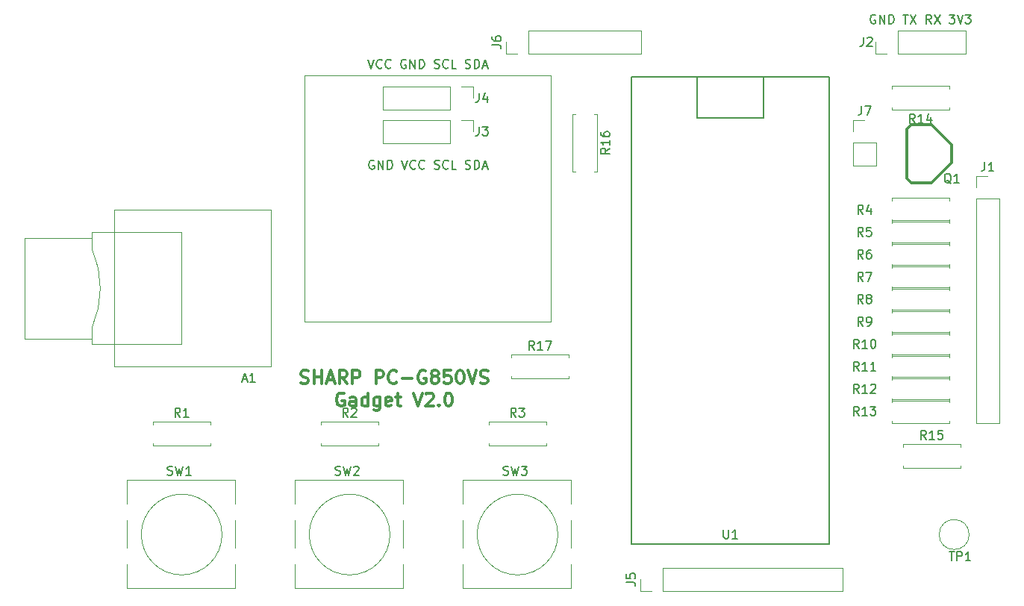
<source format=gbr>
%TF.GenerationSoftware,KiCad,Pcbnew,5.1.6-c6e7f7d~86~ubuntu16.04.1*%
%TF.CreationDate,2020-10-09T16:36:26+01:00*%
%TF.ProjectId,bluepill-pb1,626c7565-7069-46c6-9c2d-7062312e6b69,rev?*%
%TF.SameCoordinates,Original*%
%TF.FileFunction,Legend,Top*%
%TF.FilePolarity,Positive*%
%FSLAX46Y46*%
G04 Gerber Fmt 4.6, Leading zero omitted, Abs format (unit mm)*
G04 Created by KiCad (PCBNEW 5.1.6-c6e7f7d~86~ubuntu16.04.1) date 2020-10-09 16:36:26*
%MOMM*%
%LPD*%
G01*
G04 APERTURE LIST*
%ADD10C,0.300000*%
%ADD11C,0.120000*%
%ADD12C,0.150000*%
%ADD13C,0.304800*%
%ADD14C,0.203200*%
G04 APERTURE END LIST*
D10*
X99882857Y-98392142D02*
X100097142Y-98463571D01*
X100454285Y-98463571D01*
X100597142Y-98392142D01*
X100668571Y-98320714D01*
X100740000Y-98177857D01*
X100740000Y-98035000D01*
X100668571Y-97892142D01*
X100597142Y-97820714D01*
X100454285Y-97749285D01*
X100168571Y-97677857D01*
X100025714Y-97606428D01*
X99954285Y-97535000D01*
X99882857Y-97392142D01*
X99882857Y-97249285D01*
X99954285Y-97106428D01*
X100025714Y-97035000D01*
X100168571Y-96963571D01*
X100525714Y-96963571D01*
X100740000Y-97035000D01*
X101382857Y-98463571D02*
X101382857Y-96963571D01*
X101382857Y-97677857D02*
X102240000Y-97677857D01*
X102240000Y-98463571D02*
X102240000Y-96963571D01*
X102882857Y-98035000D02*
X103597142Y-98035000D01*
X102740000Y-98463571D02*
X103240000Y-96963571D01*
X103740000Y-98463571D01*
X105097142Y-98463571D02*
X104597142Y-97749285D01*
X104240000Y-98463571D02*
X104240000Y-96963571D01*
X104811428Y-96963571D01*
X104954285Y-97035000D01*
X105025714Y-97106428D01*
X105097142Y-97249285D01*
X105097142Y-97463571D01*
X105025714Y-97606428D01*
X104954285Y-97677857D01*
X104811428Y-97749285D01*
X104240000Y-97749285D01*
X105740000Y-98463571D02*
X105740000Y-96963571D01*
X106311428Y-96963571D01*
X106454285Y-97035000D01*
X106525714Y-97106428D01*
X106597142Y-97249285D01*
X106597142Y-97463571D01*
X106525714Y-97606428D01*
X106454285Y-97677857D01*
X106311428Y-97749285D01*
X105740000Y-97749285D01*
X108382857Y-98463571D02*
X108382857Y-96963571D01*
X108954285Y-96963571D01*
X109097142Y-97035000D01*
X109168571Y-97106428D01*
X109240000Y-97249285D01*
X109240000Y-97463571D01*
X109168571Y-97606428D01*
X109097142Y-97677857D01*
X108954285Y-97749285D01*
X108382857Y-97749285D01*
X110740000Y-98320714D02*
X110668571Y-98392142D01*
X110454285Y-98463571D01*
X110311428Y-98463571D01*
X110097142Y-98392142D01*
X109954285Y-98249285D01*
X109882857Y-98106428D01*
X109811428Y-97820714D01*
X109811428Y-97606428D01*
X109882857Y-97320714D01*
X109954285Y-97177857D01*
X110097142Y-97035000D01*
X110311428Y-96963571D01*
X110454285Y-96963571D01*
X110668571Y-97035000D01*
X110740000Y-97106428D01*
X111382857Y-97892142D02*
X112525714Y-97892142D01*
X114025714Y-97035000D02*
X113882857Y-96963571D01*
X113668571Y-96963571D01*
X113454285Y-97035000D01*
X113311428Y-97177857D01*
X113240000Y-97320714D01*
X113168571Y-97606428D01*
X113168571Y-97820714D01*
X113240000Y-98106428D01*
X113311428Y-98249285D01*
X113454285Y-98392142D01*
X113668571Y-98463571D01*
X113811428Y-98463571D01*
X114025714Y-98392142D01*
X114097142Y-98320714D01*
X114097142Y-97820714D01*
X113811428Y-97820714D01*
X114954285Y-97606428D02*
X114811428Y-97535000D01*
X114740000Y-97463571D01*
X114668571Y-97320714D01*
X114668571Y-97249285D01*
X114740000Y-97106428D01*
X114811428Y-97035000D01*
X114954285Y-96963571D01*
X115240000Y-96963571D01*
X115382857Y-97035000D01*
X115454285Y-97106428D01*
X115525714Y-97249285D01*
X115525714Y-97320714D01*
X115454285Y-97463571D01*
X115382857Y-97535000D01*
X115240000Y-97606428D01*
X114954285Y-97606428D01*
X114811428Y-97677857D01*
X114740000Y-97749285D01*
X114668571Y-97892142D01*
X114668571Y-98177857D01*
X114740000Y-98320714D01*
X114811428Y-98392142D01*
X114954285Y-98463571D01*
X115240000Y-98463571D01*
X115382857Y-98392142D01*
X115454285Y-98320714D01*
X115525714Y-98177857D01*
X115525714Y-97892142D01*
X115454285Y-97749285D01*
X115382857Y-97677857D01*
X115240000Y-97606428D01*
X116882857Y-96963571D02*
X116168571Y-96963571D01*
X116097142Y-97677857D01*
X116168571Y-97606428D01*
X116311428Y-97535000D01*
X116668571Y-97535000D01*
X116811428Y-97606428D01*
X116882857Y-97677857D01*
X116954285Y-97820714D01*
X116954285Y-98177857D01*
X116882857Y-98320714D01*
X116811428Y-98392142D01*
X116668571Y-98463571D01*
X116311428Y-98463571D01*
X116168571Y-98392142D01*
X116097142Y-98320714D01*
X117882857Y-96963571D02*
X118025714Y-96963571D01*
X118168571Y-97035000D01*
X118240000Y-97106428D01*
X118311428Y-97249285D01*
X118382857Y-97535000D01*
X118382857Y-97892142D01*
X118311428Y-98177857D01*
X118240000Y-98320714D01*
X118168571Y-98392142D01*
X118025714Y-98463571D01*
X117882857Y-98463571D01*
X117740000Y-98392142D01*
X117668571Y-98320714D01*
X117597142Y-98177857D01*
X117525714Y-97892142D01*
X117525714Y-97535000D01*
X117597142Y-97249285D01*
X117668571Y-97106428D01*
X117740000Y-97035000D01*
X117882857Y-96963571D01*
X118811428Y-96963571D02*
X119311428Y-98463571D01*
X119811428Y-96963571D01*
X120240000Y-98392142D02*
X120454285Y-98463571D01*
X120811428Y-98463571D01*
X120954285Y-98392142D01*
X121025714Y-98320714D01*
X121097142Y-98177857D01*
X121097142Y-98035000D01*
X121025714Y-97892142D01*
X120954285Y-97820714D01*
X120811428Y-97749285D01*
X120525714Y-97677857D01*
X120382857Y-97606428D01*
X120311428Y-97535000D01*
X120240000Y-97392142D01*
X120240000Y-97249285D01*
X120311428Y-97106428D01*
X120382857Y-97035000D01*
X120525714Y-96963571D01*
X120882857Y-96963571D01*
X121097142Y-97035000D01*
X104775714Y-99585000D02*
X104632857Y-99513571D01*
X104418571Y-99513571D01*
X104204285Y-99585000D01*
X104061428Y-99727857D01*
X103990000Y-99870714D01*
X103918571Y-100156428D01*
X103918571Y-100370714D01*
X103990000Y-100656428D01*
X104061428Y-100799285D01*
X104204285Y-100942142D01*
X104418571Y-101013571D01*
X104561428Y-101013571D01*
X104775714Y-100942142D01*
X104847142Y-100870714D01*
X104847142Y-100370714D01*
X104561428Y-100370714D01*
X106132857Y-101013571D02*
X106132857Y-100227857D01*
X106061428Y-100085000D01*
X105918571Y-100013571D01*
X105632857Y-100013571D01*
X105490000Y-100085000D01*
X106132857Y-100942142D02*
X105990000Y-101013571D01*
X105632857Y-101013571D01*
X105490000Y-100942142D01*
X105418571Y-100799285D01*
X105418571Y-100656428D01*
X105490000Y-100513571D01*
X105632857Y-100442142D01*
X105990000Y-100442142D01*
X106132857Y-100370714D01*
X107490000Y-101013571D02*
X107490000Y-99513571D01*
X107490000Y-100942142D02*
X107347142Y-101013571D01*
X107061428Y-101013571D01*
X106918571Y-100942142D01*
X106847142Y-100870714D01*
X106775714Y-100727857D01*
X106775714Y-100299285D01*
X106847142Y-100156428D01*
X106918571Y-100085000D01*
X107061428Y-100013571D01*
X107347142Y-100013571D01*
X107490000Y-100085000D01*
X108847142Y-100013571D02*
X108847142Y-101227857D01*
X108775714Y-101370714D01*
X108704285Y-101442142D01*
X108561428Y-101513571D01*
X108347142Y-101513571D01*
X108204285Y-101442142D01*
X108847142Y-100942142D02*
X108704285Y-101013571D01*
X108418571Y-101013571D01*
X108275714Y-100942142D01*
X108204285Y-100870714D01*
X108132857Y-100727857D01*
X108132857Y-100299285D01*
X108204285Y-100156428D01*
X108275714Y-100085000D01*
X108418571Y-100013571D01*
X108704285Y-100013571D01*
X108847142Y-100085000D01*
X110132857Y-100942142D02*
X109990000Y-101013571D01*
X109704285Y-101013571D01*
X109561428Y-100942142D01*
X109490000Y-100799285D01*
X109490000Y-100227857D01*
X109561428Y-100085000D01*
X109704285Y-100013571D01*
X109990000Y-100013571D01*
X110132857Y-100085000D01*
X110204285Y-100227857D01*
X110204285Y-100370714D01*
X109490000Y-100513571D01*
X110632857Y-100013571D02*
X111204285Y-100013571D01*
X110847142Y-99513571D02*
X110847142Y-100799285D01*
X110918571Y-100942142D01*
X111061428Y-101013571D01*
X111204285Y-101013571D01*
X112632857Y-99513571D02*
X113132857Y-101013571D01*
X113632857Y-99513571D01*
X114061428Y-99656428D02*
X114132857Y-99585000D01*
X114275714Y-99513571D01*
X114632857Y-99513571D01*
X114775714Y-99585000D01*
X114847142Y-99656428D01*
X114918571Y-99799285D01*
X114918571Y-99942142D01*
X114847142Y-100156428D01*
X113990000Y-101013571D01*
X114918571Y-101013571D01*
X115561428Y-100870714D02*
X115632857Y-100942142D01*
X115561428Y-101013571D01*
X115490000Y-100942142D01*
X115561428Y-100870714D01*
X115561428Y-101013571D01*
X116561428Y-99513571D02*
X116704285Y-99513571D01*
X116847142Y-99585000D01*
X116918571Y-99656428D01*
X116990000Y-99799285D01*
X117061428Y-100085000D01*
X117061428Y-100442142D01*
X116990000Y-100727857D01*
X116918571Y-100870714D01*
X116847142Y-100942142D01*
X116704285Y-101013571D01*
X116561428Y-101013571D01*
X116418571Y-100942142D01*
X116347142Y-100870714D01*
X116275714Y-100727857D01*
X116204285Y-100442142D01*
X116204285Y-100085000D01*
X116275714Y-99799285D01*
X116347142Y-99656428D01*
X116418571Y-99585000D01*
X116561428Y-99513571D01*
D11*
X100330000Y-91440000D02*
X100330000Y-63500000D01*
X128270000Y-91440000D02*
X100330000Y-91440000D01*
X128270000Y-63500000D02*
X128270000Y-91440000D01*
X100330000Y-63500000D02*
X128270000Y-63500000D01*
D12*
X165060952Y-56650000D02*
X164965714Y-56602380D01*
X164822857Y-56602380D01*
X164680000Y-56650000D01*
X164584761Y-56745238D01*
X164537142Y-56840476D01*
X164489523Y-57030952D01*
X164489523Y-57173809D01*
X164537142Y-57364285D01*
X164584761Y-57459523D01*
X164680000Y-57554761D01*
X164822857Y-57602380D01*
X164918095Y-57602380D01*
X165060952Y-57554761D01*
X165108571Y-57507142D01*
X165108571Y-57173809D01*
X164918095Y-57173809D01*
X165537142Y-57602380D02*
X165537142Y-56602380D01*
X166108571Y-57602380D01*
X166108571Y-56602380D01*
X166584761Y-57602380D02*
X166584761Y-56602380D01*
X166822857Y-56602380D01*
X166965714Y-56650000D01*
X167060952Y-56745238D01*
X167108571Y-56840476D01*
X167156190Y-57030952D01*
X167156190Y-57173809D01*
X167108571Y-57364285D01*
X167060952Y-57459523D01*
X166965714Y-57554761D01*
X166822857Y-57602380D01*
X166584761Y-57602380D01*
X168203809Y-56602380D02*
X168775238Y-56602380D01*
X168489523Y-57602380D02*
X168489523Y-56602380D01*
X169013333Y-56602380D02*
X169680000Y-57602380D01*
X169680000Y-56602380D02*
X169013333Y-57602380D01*
X171394285Y-57602380D02*
X171060952Y-57126190D01*
X170822857Y-57602380D02*
X170822857Y-56602380D01*
X171203809Y-56602380D01*
X171299047Y-56650000D01*
X171346666Y-56697619D01*
X171394285Y-56792857D01*
X171394285Y-56935714D01*
X171346666Y-57030952D01*
X171299047Y-57078571D01*
X171203809Y-57126190D01*
X170822857Y-57126190D01*
X171727619Y-56602380D02*
X172394285Y-57602380D01*
X172394285Y-56602380D02*
X171727619Y-57602380D01*
X173441904Y-56602380D02*
X174060952Y-56602380D01*
X173727619Y-56983333D01*
X173870476Y-56983333D01*
X173965714Y-57030952D01*
X174013333Y-57078571D01*
X174060952Y-57173809D01*
X174060952Y-57411904D01*
X174013333Y-57507142D01*
X173965714Y-57554761D01*
X173870476Y-57602380D01*
X173584761Y-57602380D01*
X173489523Y-57554761D01*
X173441904Y-57507142D01*
X174346666Y-56602380D02*
X174680000Y-57602380D01*
X175013333Y-56602380D01*
X175251428Y-56602380D02*
X175870476Y-56602380D01*
X175537142Y-56983333D01*
X175680000Y-56983333D01*
X175775238Y-57030952D01*
X175822857Y-57078571D01*
X175870476Y-57173809D01*
X175870476Y-57411904D01*
X175822857Y-57507142D01*
X175775238Y-57554761D01*
X175680000Y-57602380D01*
X175394285Y-57602380D01*
X175299047Y-57554761D01*
X175251428Y-57507142D01*
X108180952Y-73160000D02*
X108085714Y-73112380D01*
X107942857Y-73112380D01*
X107800000Y-73160000D01*
X107704761Y-73255238D01*
X107657142Y-73350476D01*
X107609523Y-73540952D01*
X107609523Y-73683809D01*
X107657142Y-73874285D01*
X107704761Y-73969523D01*
X107800000Y-74064761D01*
X107942857Y-74112380D01*
X108038095Y-74112380D01*
X108180952Y-74064761D01*
X108228571Y-74017142D01*
X108228571Y-73683809D01*
X108038095Y-73683809D01*
X108657142Y-74112380D02*
X108657142Y-73112380D01*
X109228571Y-74112380D01*
X109228571Y-73112380D01*
X109704761Y-74112380D02*
X109704761Y-73112380D01*
X109942857Y-73112380D01*
X110085714Y-73160000D01*
X110180952Y-73255238D01*
X110228571Y-73350476D01*
X110276190Y-73540952D01*
X110276190Y-73683809D01*
X110228571Y-73874285D01*
X110180952Y-73969523D01*
X110085714Y-74064761D01*
X109942857Y-74112380D01*
X109704761Y-74112380D01*
X111323809Y-73112380D02*
X111657142Y-74112380D01*
X111990476Y-73112380D01*
X112895238Y-74017142D02*
X112847619Y-74064761D01*
X112704761Y-74112380D01*
X112609523Y-74112380D01*
X112466666Y-74064761D01*
X112371428Y-73969523D01*
X112323809Y-73874285D01*
X112276190Y-73683809D01*
X112276190Y-73540952D01*
X112323809Y-73350476D01*
X112371428Y-73255238D01*
X112466666Y-73160000D01*
X112609523Y-73112380D01*
X112704761Y-73112380D01*
X112847619Y-73160000D01*
X112895238Y-73207619D01*
X113895238Y-74017142D02*
X113847619Y-74064761D01*
X113704761Y-74112380D01*
X113609523Y-74112380D01*
X113466666Y-74064761D01*
X113371428Y-73969523D01*
X113323809Y-73874285D01*
X113276190Y-73683809D01*
X113276190Y-73540952D01*
X113323809Y-73350476D01*
X113371428Y-73255238D01*
X113466666Y-73160000D01*
X113609523Y-73112380D01*
X113704761Y-73112380D01*
X113847619Y-73160000D01*
X113895238Y-73207619D01*
X115038095Y-74064761D02*
X115180952Y-74112380D01*
X115419047Y-74112380D01*
X115514285Y-74064761D01*
X115561904Y-74017142D01*
X115609523Y-73921904D01*
X115609523Y-73826666D01*
X115561904Y-73731428D01*
X115514285Y-73683809D01*
X115419047Y-73636190D01*
X115228571Y-73588571D01*
X115133333Y-73540952D01*
X115085714Y-73493333D01*
X115038095Y-73398095D01*
X115038095Y-73302857D01*
X115085714Y-73207619D01*
X115133333Y-73160000D01*
X115228571Y-73112380D01*
X115466666Y-73112380D01*
X115609523Y-73160000D01*
X116609523Y-74017142D02*
X116561904Y-74064761D01*
X116419047Y-74112380D01*
X116323809Y-74112380D01*
X116180952Y-74064761D01*
X116085714Y-73969523D01*
X116038095Y-73874285D01*
X115990476Y-73683809D01*
X115990476Y-73540952D01*
X116038095Y-73350476D01*
X116085714Y-73255238D01*
X116180952Y-73160000D01*
X116323809Y-73112380D01*
X116419047Y-73112380D01*
X116561904Y-73160000D01*
X116609523Y-73207619D01*
X117514285Y-74112380D02*
X117038095Y-74112380D01*
X117038095Y-73112380D01*
X118561904Y-74064761D02*
X118704761Y-74112380D01*
X118942857Y-74112380D01*
X119038095Y-74064761D01*
X119085714Y-74017142D01*
X119133333Y-73921904D01*
X119133333Y-73826666D01*
X119085714Y-73731428D01*
X119038095Y-73683809D01*
X118942857Y-73636190D01*
X118752380Y-73588571D01*
X118657142Y-73540952D01*
X118609523Y-73493333D01*
X118561904Y-73398095D01*
X118561904Y-73302857D01*
X118609523Y-73207619D01*
X118657142Y-73160000D01*
X118752380Y-73112380D01*
X118990476Y-73112380D01*
X119133333Y-73160000D01*
X119561904Y-74112380D02*
X119561904Y-73112380D01*
X119799999Y-73112380D01*
X119942857Y-73160000D01*
X120038095Y-73255238D01*
X120085714Y-73350476D01*
X120133333Y-73540952D01*
X120133333Y-73683809D01*
X120085714Y-73874285D01*
X120038095Y-73969523D01*
X119942857Y-74064761D01*
X119799999Y-74112380D01*
X119561904Y-74112380D01*
X120514285Y-73826666D02*
X120990476Y-73826666D01*
X120419047Y-74112380D02*
X120752380Y-73112380D01*
X121085714Y-74112380D01*
X107514285Y-61682380D02*
X107847619Y-62682380D01*
X108180952Y-61682380D01*
X109085714Y-62587142D02*
X109038095Y-62634761D01*
X108895238Y-62682380D01*
X108800000Y-62682380D01*
X108657142Y-62634761D01*
X108561904Y-62539523D01*
X108514285Y-62444285D01*
X108466666Y-62253809D01*
X108466666Y-62110952D01*
X108514285Y-61920476D01*
X108561904Y-61825238D01*
X108657142Y-61730000D01*
X108800000Y-61682380D01*
X108895238Y-61682380D01*
X109038095Y-61730000D01*
X109085714Y-61777619D01*
X110085714Y-62587142D02*
X110038095Y-62634761D01*
X109895238Y-62682380D01*
X109800000Y-62682380D01*
X109657142Y-62634761D01*
X109561904Y-62539523D01*
X109514285Y-62444285D01*
X109466666Y-62253809D01*
X109466666Y-62110952D01*
X109514285Y-61920476D01*
X109561904Y-61825238D01*
X109657142Y-61730000D01*
X109800000Y-61682380D01*
X109895238Y-61682380D01*
X110038095Y-61730000D01*
X110085714Y-61777619D01*
X111800000Y-61730000D02*
X111704761Y-61682380D01*
X111561904Y-61682380D01*
X111419047Y-61730000D01*
X111323809Y-61825238D01*
X111276190Y-61920476D01*
X111228571Y-62110952D01*
X111228571Y-62253809D01*
X111276190Y-62444285D01*
X111323809Y-62539523D01*
X111419047Y-62634761D01*
X111561904Y-62682380D01*
X111657142Y-62682380D01*
X111800000Y-62634761D01*
X111847619Y-62587142D01*
X111847619Y-62253809D01*
X111657142Y-62253809D01*
X112276190Y-62682380D02*
X112276190Y-61682380D01*
X112847619Y-62682380D01*
X112847619Y-61682380D01*
X113323809Y-62682380D02*
X113323809Y-61682380D01*
X113561904Y-61682380D01*
X113704761Y-61730000D01*
X113800000Y-61825238D01*
X113847619Y-61920476D01*
X113895238Y-62110952D01*
X113895238Y-62253809D01*
X113847619Y-62444285D01*
X113800000Y-62539523D01*
X113704761Y-62634761D01*
X113561904Y-62682380D01*
X113323809Y-62682380D01*
X115038095Y-62634761D02*
X115180952Y-62682380D01*
X115419047Y-62682380D01*
X115514285Y-62634761D01*
X115561904Y-62587142D01*
X115609523Y-62491904D01*
X115609523Y-62396666D01*
X115561904Y-62301428D01*
X115514285Y-62253809D01*
X115419047Y-62206190D01*
X115228571Y-62158571D01*
X115133333Y-62110952D01*
X115085714Y-62063333D01*
X115038095Y-61968095D01*
X115038095Y-61872857D01*
X115085714Y-61777619D01*
X115133333Y-61730000D01*
X115228571Y-61682380D01*
X115466666Y-61682380D01*
X115609523Y-61730000D01*
X116609523Y-62587142D02*
X116561904Y-62634761D01*
X116419047Y-62682380D01*
X116323809Y-62682380D01*
X116180952Y-62634761D01*
X116085714Y-62539523D01*
X116038095Y-62444285D01*
X115990476Y-62253809D01*
X115990476Y-62110952D01*
X116038095Y-61920476D01*
X116085714Y-61825238D01*
X116180952Y-61730000D01*
X116323809Y-61682380D01*
X116419047Y-61682380D01*
X116561904Y-61730000D01*
X116609523Y-61777619D01*
X117514285Y-62682380D02*
X117038095Y-62682380D01*
X117038095Y-61682380D01*
X118561904Y-62634761D02*
X118704761Y-62682380D01*
X118942857Y-62682380D01*
X119038095Y-62634761D01*
X119085714Y-62587142D01*
X119133333Y-62491904D01*
X119133333Y-62396666D01*
X119085714Y-62301428D01*
X119038095Y-62253809D01*
X118942857Y-62206190D01*
X118752380Y-62158571D01*
X118657142Y-62110952D01*
X118609523Y-62063333D01*
X118561904Y-61968095D01*
X118561904Y-61872857D01*
X118609523Y-61777619D01*
X118657142Y-61730000D01*
X118752380Y-61682380D01*
X118990476Y-61682380D01*
X119133333Y-61730000D01*
X119561904Y-62682380D02*
X119561904Y-61682380D01*
X119799999Y-61682380D01*
X119942857Y-61730000D01*
X120038095Y-61825238D01*
X120085714Y-61920476D01*
X120133333Y-62110952D01*
X120133333Y-62253809D01*
X120085714Y-62444285D01*
X120038095Y-62539523D01*
X119942857Y-62634761D01*
X119799999Y-62682380D01*
X119561904Y-62682380D01*
X120514285Y-62396666D02*
X120990476Y-62396666D01*
X120419047Y-62682380D02*
X120752380Y-61682380D01*
X121085714Y-62682380D01*
D11*
%TO.C,J6*%
X123130000Y-61020000D02*
X123130000Y-59690000D01*
X124460000Y-61020000D02*
X123130000Y-61020000D01*
X125730000Y-61020000D02*
X125730000Y-58360000D01*
X125730000Y-58360000D02*
X138490000Y-58360000D01*
X125730000Y-61020000D02*
X138490000Y-61020000D01*
X138490000Y-61020000D02*
X138490000Y-58360000D01*
%TO.C,J7*%
X162500000Y-68520000D02*
X163830000Y-68520000D01*
X162500000Y-69850000D02*
X162500000Y-68520000D01*
X162500000Y-71120000D02*
X165160000Y-71120000D01*
X165160000Y-71120000D02*
X165160000Y-73720000D01*
X162500000Y-71120000D02*
X162500000Y-73720000D01*
X162500000Y-73720000D02*
X165160000Y-73720000D01*
%TO.C,R17*%
X130270000Y-97890000D02*
X130270000Y-97560000D01*
X123730000Y-97890000D02*
X130270000Y-97890000D01*
X123730000Y-97560000D02*
X123730000Y-97890000D01*
X130270000Y-95150000D02*
X130270000Y-95480000D01*
X123730000Y-95150000D02*
X130270000Y-95150000D01*
X123730000Y-95480000D02*
X123730000Y-95150000D01*
%TO.C,TP1*%
X175690000Y-115570000D02*
G75*
G03*
X175690000Y-115570000I-1700000J0D01*
G01*
%TO.C,R16*%
X130710000Y-74390000D02*
X131040000Y-74390000D01*
X130710000Y-67850000D02*
X130710000Y-74390000D01*
X131040000Y-67850000D02*
X130710000Y-67850000D01*
X133450000Y-74390000D02*
X133120000Y-74390000D01*
X133450000Y-67850000D02*
X133450000Y-74390000D01*
X133120000Y-67850000D02*
X133450000Y-67850000D01*
%TO.C,R15*%
X168180000Y-105640000D02*
X168180000Y-105310000D01*
X168180000Y-105310000D02*
X174720000Y-105310000D01*
X174720000Y-105310000D02*
X174720000Y-105640000D01*
X168180000Y-107720000D02*
X168180000Y-108050000D01*
X168180000Y-108050000D02*
X174720000Y-108050000D01*
X174720000Y-108050000D02*
X174720000Y-107720000D01*
D12*
%TO.C,U1*%
X137340000Y-116670000D02*
X137340000Y-63670000D01*
X159840000Y-116670000D02*
X137340000Y-116670000D01*
X159840000Y-63670000D02*
X159840000Y-116670000D01*
X137340000Y-63670000D02*
X159840000Y-63670000D01*
X152390000Y-68270000D02*
X152390000Y-63770000D01*
X144790000Y-68270000D02*
X152390000Y-68270000D01*
X144790000Y-63770000D02*
X144790000Y-68270000D01*
D11*
%TO.C,SW2*%
X111460000Y-109380000D02*
X111460000Y-112100000D01*
X111460000Y-118960000D02*
X111460000Y-121680000D01*
X99160000Y-117100000D02*
X99160000Y-113960000D01*
X99160000Y-121680000D02*
X99160000Y-118960000D01*
X109989050Y-115570000D02*
G75*
G03*
X109989050Y-115570000I-4579050J0D01*
G01*
X99160000Y-112100000D02*
X99160000Y-109380000D01*
X111460000Y-121680000D02*
X99160000Y-121680000D01*
X111460000Y-113960000D02*
X111460000Y-117100000D01*
X99160000Y-109380000D02*
X111460000Y-109380000D01*
%TO.C,J5*%
X138370000Y-121980000D02*
X138370000Y-120650000D01*
X139700000Y-121980000D02*
X138370000Y-121980000D01*
X140970000Y-121980000D02*
X140970000Y-119320000D01*
X140970000Y-119320000D02*
X161350000Y-119320000D01*
X140970000Y-121980000D02*
X161350000Y-121980000D01*
X161350000Y-121980000D02*
X161350000Y-119320000D01*
%TO.C,R14*%
X166910000Y-64670000D02*
X166910000Y-65000000D01*
X173450000Y-64670000D02*
X166910000Y-64670000D01*
X173450000Y-65000000D02*
X173450000Y-64670000D01*
X166910000Y-67410000D02*
X166910000Y-67080000D01*
X173450000Y-67410000D02*
X166910000Y-67410000D01*
X173450000Y-67080000D02*
X173450000Y-67410000D01*
D13*
%TO.C,Q1*%
X171450000Y-75692000D02*
X169164000Y-75692000D01*
X169164000Y-75692000D02*
X168656000Y-75184000D01*
X168656000Y-75184000D02*
X168656000Y-69596000D01*
X168656000Y-69596000D02*
X169164000Y-69088000D01*
X169164000Y-69088000D02*
X171450000Y-69088000D01*
X173736000Y-73406000D02*
X171450000Y-75692000D01*
X173736000Y-71374000D02*
X171450000Y-69088000D01*
X173736000Y-71374000D02*
X173736000Y-73406000D01*
D11*
%TO.C,J4*%
X109160000Y-64710000D02*
X109160000Y-67370000D01*
X116840000Y-64710000D02*
X109160000Y-64710000D01*
X116840000Y-67370000D02*
X109160000Y-67370000D01*
X116840000Y-64710000D02*
X116840000Y-67370000D01*
X118110000Y-64710000D02*
X119440000Y-64710000D01*
X119440000Y-64710000D02*
X119440000Y-66040000D01*
%TO.C,J2*%
X175320000Y-61020000D02*
X175320000Y-58360000D01*
X167640000Y-61020000D02*
X175320000Y-61020000D01*
X167640000Y-58360000D02*
X175320000Y-58360000D01*
X167640000Y-61020000D02*
X167640000Y-58360000D01*
X166370000Y-61020000D02*
X165040000Y-61020000D01*
X165040000Y-61020000D02*
X165040000Y-59690000D01*
%TO.C,J1*%
X176470000Y-102930000D02*
X179130000Y-102930000D01*
X176470000Y-77470000D02*
X176470000Y-102930000D01*
X179130000Y-77470000D02*
X179130000Y-102930000D01*
X176470000Y-77470000D02*
X179130000Y-77470000D01*
X176470000Y-76200000D02*
X176470000Y-74870000D01*
X176470000Y-74870000D02*
X177800000Y-74870000D01*
%TO.C,R13*%
X166910000Y-100560000D02*
X166910000Y-100230000D01*
X166910000Y-100230000D02*
X173450000Y-100230000D01*
X173450000Y-100230000D02*
X173450000Y-100560000D01*
X166910000Y-102640000D02*
X166910000Y-102970000D01*
X166910000Y-102970000D02*
X173450000Y-102970000D01*
X173450000Y-102970000D02*
X173450000Y-102640000D01*
%TO.C,R12*%
X166910000Y-98020000D02*
X166910000Y-97690000D01*
X166910000Y-97690000D02*
X173450000Y-97690000D01*
X173450000Y-97690000D02*
X173450000Y-98020000D01*
X166910000Y-100100000D02*
X166910000Y-100430000D01*
X166910000Y-100430000D02*
X173450000Y-100430000D01*
X173450000Y-100430000D02*
X173450000Y-100100000D01*
%TO.C,R11*%
X166910000Y-95480000D02*
X166910000Y-95150000D01*
X166910000Y-95150000D02*
X173450000Y-95150000D01*
X173450000Y-95150000D02*
X173450000Y-95480000D01*
X166910000Y-97560000D02*
X166910000Y-97890000D01*
X166910000Y-97890000D02*
X173450000Y-97890000D01*
X173450000Y-97890000D02*
X173450000Y-97560000D01*
%TO.C,R10*%
X166910000Y-92940000D02*
X166910000Y-92610000D01*
X166910000Y-92610000D02*
X173450000Y-92610000D01*
X173450000Y-92610000D02*
X173450000Y-92940000D01*
X166910000Y-95020000D02*
X166910000Y-95350000D01*
X166910000Y-95350000D02*
X173450000Y-95350000D01*
X173450000Y-95350000D02*
X173450000Y-95020000D01*
%TO.C,R9*%
X166910000Y-90400000D02*
X166910000Y-90070000D01*
X166910000Y-90070000D02*
X173450000Y-90070000D01*
X173450000Y-90070000D02*
X173450000Y-90400000D01*
X166910000Y-92480000D02*
X166910000Y-92810000D01*
X166910000Y-92810000D02*
X173450000Y-92810000D01*
X173450000Y-92810000D02*
X173450000Y-92480000D01*
%TO.C,R8*%
X166910000Y-87860000D02*
X166910000Y-87530000D01*
X166910000Y-87530000D02*
X173450000Y-87530000D01*
X173450000Y-87530000D02*
X173450000Y-87860000D01*
X166910000Y-89940000D02*
X166910000Y-90270000D01*
X166910000Y-90270000D02*
X173450000Y-90270000D01*
X173450000Y-90270000D02*
X173450000Y-89940000D01*
%TO.C,R7*%
X166910000Y-85320000D02*
X166910000Y-84990000D01*
X166910000Y-84990000D02*
X173450000Y-84990000D01*
X173450000Y-84990000D02*
X173450000Y-85320000D01*
X166910000Y-87400000D02*
X166910000Y-87730000D01*
X166910000Y-87730000D02*
X173450000Y-87730000D01*
X173450000Y-87730000D02*
X173450000Y-87400000D01*
%TO.C,R6*%
X166910000Y-82780000D02*
X166910000Y-82450000D01*
X166910000Y-82450000D02*
X173450000Y-82450000D01*
X173450000Y-82450000D02*
X173450000Y-82780000D01*
X166910000Y-84860000D02*
X166910000Y-85190000D01*
X166910000Y-85190000D02*
X173450000Y-85190000D01*
X173450000Y-85190000D02*
X173450000Y-84860000D01*
%TO.C,R5*%
X166910000Y-80240000D02*
X166910000Y-79910000D01*
X166910000Y-79910000D02*
X173450000Y-79910000D01*
X173450000Y-79910000D02*
X173450000Y-80240000D01*
X166910000Y-82320000D02*
X166910000Y-82650000D01*
X166910000Y-82650000D02*
X173450000Y-82650000D01*
X173450000Y-82650000D02*
X173450000Y-82320000D01*
%TO.C,R4*%
X166910000Y-77700000D02*
X166910000Y-77370000D01*
X166910000Y-77370000D02*
X173450000Y-77370000D01*
X173450000Y-77370000D02*
X173450000Y-77700000D01*
X166910000Y-79780000D02*
X166910000Y-80110000D01*
X166910000Y-80110000D02*
X173450000Y-80110000D01*
X173450000Y-80110000D02*
X173450000Y-79780000D01*
%TO.C,SW3*%
X130510000Y-109380000D02*
X130510000Y-112100000D01*
X130510000Y-118960000D02*
X130510000Y-121680000D01*
X118210000Y-117100000D02*
X118210000Y-113960000D01*
X118210000Y-121680000D02*
X118210000Y-118960000D01*
X129039050Y-115570000D02*
G75*
G03*
X129039050Y-115570000I-4579050J0D01*
G01*
X118210000Y-112100000D02*
X118210000Y-109380000D01*
X130510000Y-121680000D02*
X118210000Y-121680000D01*
X130510000Y-113960000D02*
X130510000Y-117100000D01*
X118210000Y-109380000D02*
X130510000Y-109380000D01*
%TO.C,SW1*%
X92410000Y-109380000D02*
X92410000Y-112100000D01*
X92410000Y-118960000D02*
X92410000Y-121680000D01*
X80110000Y-117100000D02*
X80110000Y-113960000D01*
X80110000Y-121680000D02*
X80110000Y-118960000D01*
X90939050Y-115570000D02*
G75*
G03*
X90939050Y-115570000I-4579050J0D01*
G01*
X80110000Y-112100000D02*
X80110000Y-109380000D01*
X92410000Y-121680000D02*
X80110000Y-121680000D01*
X92410000Y-113960000D02*
X92410000Y-117100000D01*
X80110000Y-109380000D02*
X92410000Y-109380000D01*
%TO.C,R3*%
X127730000Y-105510000D02*
X127730000Y-105180000D01*
X121190000Y-105510000D02*
X127730000Y-105510000D01*
X121190000Y-105180000D02*
X121190000Y-105510000D01*
X127730000Y-102770000D02*
X127730000Y-103100000D01*
X121190000Y-102770000D02*
X127730000Y-102770000D01*
X121190000Y-103100000D02*
X121190000Y-102770000D01*
%TO.C,R2*%
X108680000Y-105510000D02*
X108680000Y-105180000D01*
X102140000Y-105510000D02*
X108680000Y-105510000D01*
X102140000Y-105180000D02*
X102140000Y-105510000D01*
X108680000Y-102770000D02*
X108680000Y-103100000D01*
X102140000Y-102770000D02*
X108680000Y-102770000D01*
X102140000Y-103100000D02*
X102140000Y-102770000D01*
%TO.C,R1*%
X89630000Y-105510000D02*
X89630000Y-105180000D01*
X83090000Y-105510000D02*
X89630000Y-105510000D01*
X83090000Y-105180000D02*
X83090000Y-105510000D01*
X89630000Y-102770000D02*
X89630000Y-103100000D01*
X83090000Y-102770000D02*
X89630000Y-102770000D01*
X83090000Y-103100000D02*
X83090000Y-102770000D01*
%TO.C,J3*%
X119440000Y-68520000D02*
X119440000Y-69850000D01*
X118110000Y-68520000D02*
X119440000Y-68520000D01*
X116840000Y-68520000D02*
X116840000Y-71180000D01*
X116840000Y-71180000D02*
X109160000Y-71180000D01*
X116840000Y-68520000D02*
X109160000Y-68520000D01*
X109160000Y-68520000D02*
X109160000Y-71180000D01*
%TO.C,A1*%
X68580000Y-81915000D02*
X76200000Y-81915000D01*
X68580000Y-93345000D02*
X68580000Y-81915000D01*
X76200000Y-93345000D02*
X68580000Y-93345000D01*
X76200000Y-81280000D02*
X76200000Y-83185000D01*
X76200000Y-93980000D02*
X76200000Y-92075000D01*
X86360000Y-93980000D02*
X76200000Y-93980000D01*
X86360000Y-81280000D02*
X76200000Y-81280000D01*
X86360000Y-93980000D02*
X86360000Y-81280000D01*
X96520000Y-78740000D02*
X96520000Y-96520000D01*
X78740000Y-78740000D02*
X96520000Y-78740000D01*
X78740000Y-96520000D02*
X78740000Y-78740000D01*
X96520000Y-96520000D02*
X78740000Y-96520000D01*
X76200000Y-83185001D02*
G75*
G02*
X76200000Y-92075000I-10160000J-4444999D01*
G01*
%TO.C,J6*%
D12*
X121582380Y-60023333D02*
X122296666Y-60023333D01*
X122439523Y-60070952D01*
X122534761Y-60166190D01*
X122582380Y-60309047D01*
X122582380Y-60404285D01*
X121582380Y-59118571D02*
X121582380Y-59309047D01*
X121630000Y-59404285D01*
X121677619Y-59451904D01*
X121820476Y-59547142D01*
X122010952Y-59594761D01*
X122391904Y-59594761D01*
X122487142Y-59547142D01*
X122534761Y-59499523D01*
X122582380Y-59404285D01*
X122582380Y-59213809D01*
X122534761Y-59118571D01*
X122487142Y-59070952D01*
X122391904Y-59023333D01*
X122153809Y-59023333D01*
X122058571Y-59070952D01*
X122010952Y-59118571D01*
X121963333Y-59213809D01*
X121963333Y-59404285D01*
X122010952Y-59499523D01*
X122058571Y-59547142D01*
X122153809Y-59594761D01*
%TO.C,J7*%
X163496666Y-66972380D02*
X163496666Y-67686666D01*
X163449047Y-67829523D01*
X163353809Y-67924761D01*
X163210952Y-67972380D01*
X163115714Y-67972380D01*
X163877619Y-66972380D02*
X164544285Y-66972380D01*
X164115714Y-67972380D01*
%TO.C,R17*%
X126357142Y-94602380D02*
X126023809Y-94126190D01*
X125785714Y-94602380D02*
X125785714Y-93602380D01*
X126166666Y-93602380D01*
X126261904Y-93650000D01*
X126309523Y-93697619D01*
X126357142Y-93792857D01*
X126357142Y-93935714D01*
X126309523Y-94030952D01*
X126261904Y-94078571D01*
X126166666Y-94126190D01*
X125785714Y-94126190D01*
X127309523Y-94602380D02*
X126738095Y-94602380D01*
X127023809Y-94602380D02*
X127023809Y-93602380D01*
X126928571Y-93745238D01*
X126833333Y-93840476D01*
X126738095Y-93888095D01*
X127642857Y-93602380D02*
X128309523Y-93602380D01*
X127880952Y-94602380D01*
%TO.C,TP1*%
X173428095Y-117522380D02*
X173999523Y-117522380D01*
X173713809Y-118522380D02*
X173713809Y-117522380D01*
X174332857Y-118522380D02*
X174332857Y-117522380D01*
X174713809Y-117522380D01*
X174809047Y-117570000D01*
X174856666Y-117617619D01*
X174904285Y-117712857D01*
X174904285Y-117855714D01*
X174856666Y-117950952D01*
X174809047Y-117998571D01*
X174713809Y-118046190D01*
X174332857Y-118046190D01*
X175856666Y-118522380D02*
X175285238Y-118522380D01*
X175570952Y-118522380D02*
X175570952Y-117522380D01*
X175475714Y-117665238D01*
X175380476Y-117760476D01*
X175285238Y-117808095D01*
%TO.C,R16*%
X134902380Y-71762857D02*
X134426190Y-72096190D01*
X134902380Y-72334285D02*
X133902380Y-72334285D01*
X133902380Y-71953333D01*
X133950000Y-71858095D01*
X133997619Y-71810476D01*
X134092857Y-71762857D01*
X134235714Y-71762857D01*
X134330952Y-71810476D01*
X134378571Y-71858095D01*
X134426190Y-71953333D01*
X134426190Y-72334285D01*
X134902380Y-70810476D02*
X134902380Y-71381904D01*
X134902380Y-71096190D02*
X133902380Y-71096190D01*
X134045238Y-71191428D01*
X134140476Y-71286666D01*
X134188095Y-71381904D01*
X133902380Y-69953333D02*
X133902380Y-70143809D01*
X133950000Y-70239047D01*
X133997619Y-70286666D01*
X134140476Y-70381904D01*
X134330952Y-70429523D01*
X134711904Y-70429523D01*
X134807142Y-70381904D01*
X134854761Y-70334285D01*
X134902380Y-70239047D01*
X134902380Y-70048571D01*
X134854761Y-69953333D01*
X134807142Y-69905714D01*
X134711904Y-69858095D01*
X134473809Y-69858095D01*
X134378571Y-69905714D01*
X134330952Y-69953333D01*
X134283333Y-70048571D01*
X134283333Y-70239047D01*
X134330952Y-70334285D01*
X134378571Y-70381904D01*
X134473809Y-70429523D01*
%TO.C,R15*%
X170807142Y-104762380D02*
X170473809Y-104286190D01*
X170235714Y-104762380D02*
X170235714Y-103762380D01*
X170616666Y-103762380D01*
X170711904Y-103810000D01*
X170759523Y-103857619D01*
X170807142Y-103952857D01*
X170807142Y-104095714D01*
X170759523Y-104190952D01*
X170711904Y-104238571D01*
X170616666Y-104286190D01*
X170235714Y-104286190D01*
X171759523Y-104762380D02*
X171188095Y-104762380D01*
X171473809Y-104762380D02*
X171473809Y-103762380D01*
X171378571Y-103905238D01*
X171283333Y-104000476D01*
X171188095Y-104048095D01*
X172664285Y-103762380D02*
X172188095Y-103762380D01*
X172140476Y-104238571D01*
X172188095Y-104190952D01*
X172283333Y-104143333D01*
X172521428Y-104143333D01*
X172616666Y-104190952D01*
X172664285Y-104238571D01*
X172711904Y-104333809D01*
X172711904Y-104571904D01*
X172664285Y-104667142D01*
X172616666Y-104714761D01*
X172521428Y-104762380D01*
X172283333Y-104762380D01*
X172188095Y-104714761D01*
X172140476Y-104667142D01*
%TO.C,U1*%
X147828095Y-115022380D02*
X147828095Y-115831904D01*
X147875714Y-115927142D01*
X147923333Y-115974761D01*
X148018571Y-116022380D01*
X148209047Y-116022380D01*
X148304285Y-115974761D01*
X148351904Y-115927142D01*
X148399523Y-115831904D01*
X148399523Y-115022380D01*
X149399523Y-116022380D02*
X148828095Y-116022380D01*
X149113809Y-116022380D02*
X149113809Y-115022380D01*
X149018571Y-115165238D01*
X148923333Y-115260476D01*
X148828095Y-115308095D01*
%TO.C,SW2*%
X103806666Y-108774761D02*
X103949523Y-108822380D01*
X104187619Y-108822380D01*
X104282857Y-108774761D01*
X104330476Y-108727142D01*
X104378095Y-108631904D01*
X104378095Y-108536666D01*
X104330476Y-108441428D01*
X104282857Y-108393809D01*
X104187619Y-108346190D01*
X103997142Y-108298571D01*
X103901904Y-108250952D01*
X103854285Y-108203333D01*
X103806666Y-108108095D01*
X103806666Y-108012857D01*
X103854285Y-107917619D01*
X103901904Y-107870000D01*
X103997142Y-107822380D01*
X104235238Y-107822380D01*
X104378095Y-107870000D01*
X104711428Y-107822380D02*
X104949523Y-108822380D01*
X105140000Y-108108095D01*
X105330476Y-108822380D01*
X105568571Y-107822380D01*
X105901904Y-107917619D02*
X105949523Y-107870000D01*
X106044761Y-107822380D01*
X106282857Y-107822380D01*
X106378095Y-107870000D01*
X106425714Y-107917619D01*
X106473333Y-108012857D01*
X106473333Y-108108095D01*
X106425714Y-108250952D01*
X105854285Y-108822380D01*
X106473333Y-108822380D01*
%TO.C,J5*%
X136822380Y-120983333D02*
X137536666Y-120983333D01*
X137679523Y-121030952D01*
X137774761Y-121126190D01*
X137822380Y-121269047D01*
X137822380Y-121364285D01*
X136822380Y-120030952D02*
X136822380Y-120507142D01*
X137298571Y-120554761D01*
X137250952Y-120507142D01*
X137203333Y-120411904D01*
X137203333Y-120173809D01*
X137250952Y-120078571D01*
X137298571Y-120030952D01*
X137393809Y-119983333D01*
X137631904Y-119983333D01*
X137727142Y-120030952D01*
X137774761Y-120078571D01*
X137822380Y-120173809D01*
X137822380Y-120411904D01*
X137774761Y-120507142D01*
X137727142Y-120554761D01*
%TO.C,R14*%
X169537142Y-68862380D02*
X169203809Y-68386190D01*
X168965714Y-68862380D02*
X168965714Y-67862380D01*
X169346666Y-67862380D01*
X169441904Y-67910000D01*
X169489523Y-67957619D01*
X169537142Y-68052857D01*
X169537142Y-68195714D01*
X169489523Y-68290952D01*
X169441904Y-68338571D01*
X169346666Y-68386190D01*
X168965714Y-68386190D01*
X170489523Y-68862380D02*
X169918095Y-68862380D01*
X170203809Y-68862380D02*
X170203809Y-67862380D01*
X170108571Y-68005238D01*
X170013333Y-68100476D01*
X169918095Y-68148095D01*
X171346666Y-68195714D02*
X171346666Y-68862380D01*
X171108571Y-67814761D02*
X170870476Y-68529047D01*
X171489523Y-68529047D01*
%TO.C,Q1*%
D14*
X173639238Y-75740380D02*
X173542476Y-75692000D01*
X173445714Y-75595238D01*
X173300571Y-75450095D01*
X173203809Y-75401714D01*
X173107047Y-75401714D01*
X173155428Y-75643619D02*
X173058666Y-75595238D01*
X172961904Y-75498476D01*
X172913523Y-75304952D01*
X172913523Y-74966285D01*
X172961904Y-74772761D01*
X173058666Y-74676000D01*
X173155428Y-74627619D01*
X173348952Y-74627619D01*
X173445714Y-74676000D01*
X173542476Y-74772761D01*
X173590857Y-74966285D01*
X173590857Y-75304952D01*
X173542476Y-75498476D01*
X173445714Y-75595238D01*
X173348952Y-75643619D01*
X173155428Y-75643619D01*
X174558476Y-75643619D02*
X173977904Y-75643619D01*
X174268190Y-75643619D02*
X174268190Y-74627619D01*
X174171428Y-74772761D01*
X174074666Y-74869523D01*
X173977904Y-74917904D01*
%TO.C,J4*%
D12*
X120106666Y-65492380D02*
X120106666Y-66206666D01*
X120059047Y-66349523D01*
X119963809Y-66444761D01*
X119820952Y-66492380D01*
X119725714Y-66492380D01*
X121011428Y-65825714D02*
X121011428Y-66492380D01*
X120773333Y-65444761D02*
X120535238Y-66159047D01*
X121154285Y-66159047D01*
%TO.C,J2*%
X163706666Y-59142380D02*
X163706666Y-59856666D01*
X163659047Y-59999523D01*
X163563809Y-60094761D01*
X163420952Y-60142380D01*
X163325714Y-60142380D01*
X164135238Y-59237619D02*
X164182857Y-59190000D01*
X164278095Y-59142380D01*
X164516190Y-59142380D01*
X164611428Y-59190000D01*
X164659047Y-59237619D01*
X164706666Y-59332857D01*
X164706666Y-59428095D01*
X164659047Y-59570952D01*
X164087619Y-60142380D01*
X164706666Y-60142380D01*
%TO.C,J1*%
X177466666Y-73322380D02*
X177466666Y-74036666D01*
X177419047Y-74179523D01*
X177323809Y-74274761D01*
X177180952Y-74322380D01*
X177085714Y-74322380D01*
X178466666Y-74322380D02*
X177895238Y-74322380D01*
X178180952Y-74322380D02*
X178180952Y-73322380D01*
X178085714Y-73465238D01*
X177990476Y-73560476D01*
X177895238Y-73608095D01*
%TO.C,R13*%
X163187142Y-102052380D02*
X162853809Y-101576190D01*
X162615714Y-102052380D02*
X162615714Y-101052380D01*
X162996666Y-101052380D01*
X163091904Y-101100000D01*
X163139523Y-101147619D01*
X163187142Y-101242857D01*
X163187142Y-101385714D01*
X163139523Y-101480952D01*
X163091904Y-101528571D01*
X162996666Y-101576190D01*
X162615714Y-101576190D01*
X164139523Y-102052380D02*
X163568095Y-102052380D01*
X163853809Y-102052380D02*
X163853809Y-101052380D01*
X163758571Y-101195238D01*
X163663333Y-101290476D01*
X163568095Y-101338095D01*
X164472857Y-101052380D02*
X165091904Y-101052380D01*
X164758571Y-101433333D01*
X164901428Y-101433333D01*
X164996666Y-101480952D01*
X165044285Y-101528571D01*
X165091904Y-101623809D01*
X165091904Y-101861904D01*
X165044285Y-101957142D01*
X164996666Y-102004761D01*
X164901428Y-102052380D01*
X164615714Y-102052380D01*
X164520476Y-102004761D01*
X164472857Y-101957142D01*
%TO.C,R12*%
X163187142Y-99512380D02*
X162853809Y-99036190D01*
X162615714Y-99512380D02*
X162615714Y-98512380D01*
X162996666Y-98512380D01*
X163091904Y-98560000D01*
X163139523Y-98607619D01*
X163187142Y-98702857D01*
X163187142Y-98845714D01*
X163139523Y-98940952D01*
X163091904Y-98988571D01*
X162996666Y-99036190D01*
X162615714Y-99036190D01*
X164139523Y-99512380D02*
X163568095Y-99512380D01*
X163853809Y-99512380D02*
X163853809Y-98512380D01*
X163758571Y-98655238D01*
X163663333Y-98750476D01*
X163568095Y-98798095D01*
X164520476Y-98607619D02*
X164568095Y-98560000D01*
X164663333Y-98512380D01*
X164901428Y-98512380D01*
X164996666Y-98560000D01*
X165044285Y-98607619D01*
X165091904Y-98702857D01*
X165091904Y-98798095D01*
X165044285Y-98940952D01*
X164472857Y-99512380D01*
X165091904Y-99512380D01*
%TO.C,R11*%
X163187142Y-96972380D02*
X162853809Y-96496190D01*
X162615714Y-96972380D02*
X162615714Y-95972380D01*
X162996666Y-95972380D01*
X163091904Y-96020000D01*
X163139523Y-96067619D01*
X163187142Y-96162857D01*
X163187142Y-96305714D01*
X163139523Y-96400952D01*
X163091904Y-96448571D01*
X162996666Y-96496190D01*
X162615714Y-96496190D01*
X164139523Y-96972380D02*
X163568095Y-96972380D01*
X163853809Y-96972380D02*
X163853809Y-95972380D01*
X163758571Y-96115238D01*
X163663333Y-96210476D01*
X163568095Y-96258095D01*
X165091904Y-96972380D02*
X164520476Y-96972380D01*
X164806190Y-96972380D02*
X164806190Y-95972380D01*
X164710952Y-96115238D01*
X164615714Y-96210476D01*
X164520476Y-96258095D01*
%TO.C,R10*%
X163187142Y-94432380D02*
X162853809Y-93956190D01*
X162615714Y-94432380D02*
X162615714Y-93432380D01*
X162996666Y-93432380D01*
X163091904Y-93480000D01*
X163139523Y-93527619D01*
X163187142Y-93622857D01*
X163187142Y-93765714D01*
X163139523Y-93860952D01*
X163091904Y-93908571D01*
X162996666Y-93956190D01*
X162615714Y-93956190D01*
X164139523Y-94432380D02*
X163568095Y-94432380D01*
X163853809Y-94432380D02*
X163853809Y-93432380D01*
X163758571Y-93575238D01*
X163663333Y-93670476D01*
X163568095Y-93718095D01*
X164758571Y-93432380D02*
X164853809Y-93432380D01*
X164949047Y-93480000D01*
X164996666Y-93527619D01*
X165044285Y-93622857D01*
X165091904Y-93813333D01*
X165091904Y-94051428D01*
X165044285Y-94241904D01*
X164996666Y-94337142D01*
X164949047Y-94384761D01*
X164853809Y-94432380D01*
X164758571Y-94432380D01*
X164663333Y-94384761D01*
X164615714Y-94337142D01*
X164568095Y-94241904D01*
X164520476Y-94051428D01*
X164520476Y-93813333D01*
X164568095Y-93622857D01*
X164615714Y-93527619D01*
X164663333Y-93480000D01*
X164758571Y-93432380D01*
%TO.C,R9*%
X163663333Y-91892380D02*
X163330000Y-91416190D01*
X163091904Y-91892380D02*
X163091904Y-90892380D01*
X163472857Y-90892380D01*
X163568095Y-90940000D01*
X163615714Y-90987619D01*
X163663333Y-91082857D01*
X163663333Y-91225714D01*
X163615714Y-91320952D01*
X163568095Y-91368571D01*
X163472857Y-91416190D01*
X163091904Y-91416190D01*
X164139523Y-91892380D02*
X164330000Y-91892380D01*
X164425238Y-91844761D01*
X164472857Y-91797142D01*
X164568095Y-91654285D01*
X164615714Y-91463809D01*
X164615714Y-91082857D01*
X164568095Y-90987619D01*
X164520476Y-90940000D01*
X164425238Y-90892380D01*
X164234761Y-90892380D01*
X164139523Y-90940000D01*
X164091904Y-90987619D01*
X164044285Y-91082857D01*
X164044285Y-91320952D01*
X164091904Y-91416190D01*
X164139523Y-91463809D01*
X164234761Y-91511428D01*
X164425238Y-91511428D01*
X164520476Y-91463809D01*
X164568095Y-91416190D01*
X164615714Y-91320952D01*
%TO.C,R8*%
X163663333Y-89352380D02*
X163330000Y-88876190D01*
X163091904Y-89352380D02*
X163091904Y-88352380D01*
X163472857Y-88352380D01*
X163568095Y-88400000D01*
X163615714Y-88447619D01*
X163663333Y-88542857D01*
X163663333Y-88685714D01*
X163615714Y-88780952D01*
X163568095Y-88828571D01*
X163472857Y-88876190D01*
X163091904Y-88876190D01*
X164234761Y-88780952D02*
X164139523Y-88733333D01*
X164091904Y-88685714D01*
X164044285Y-88590476D01*
X164044285Y-88542857D01*
X164091904Y-88447619D01*
X164139523Y-88400000D01*
X164234761Y-88352380D01*
X164425238Y-88352380D01*
X164520476Y-88400000D01*
X164568095Y-88447619D01*
X164615714Y-88542857D01*
X164615714Y-88590476D01*
X164568095Y-88685714D01*
X164520476Y-88733333D01*
X164425238Y-88780952D01*
X164234761Y-88780952D01*
X164139523Y-88828571D01*
X164091904Y-88876190D01*
X164044285Y-88971428D01*
X164044285Y-89161904D01*
X164091904Y-89257142D01*
X164139523Y-89304761D01*
X164234761Y-89352380D01*
X164425238Y-89352380D01*
X164520476Y-89304761D01*
X164568095Y-89257142D01*
X164615714Y-89161904D01*
X164615714Y-88971428D01*
X164568095Y-88876190D01*
X164520476Y-88828571D01*
X164425238Y-88780952D01*
%TO.C,R7*%
X163663333Y-86812380D02*
X163330000Y-86336190D01*
X163091904Y-86812380D02*
X163091904Y-85812380D01*
X163472857Y-85812380D01*
X163568095Y-85860000D01*
X163615714Y-85907619D01*
X163663333Y-86002857D01*
X163663333Y-86145714D01*
X163615714Y-86240952D01*
X163568095Y-86288571D01*
X163472857Y-86336190D01*
X163091904Y-86336190D01*
X163996666Y-85812380D02*
X164663333Y-85812380D01*
X164234761Y-86812380D01*
%TO.C,R6*%
X163663333Y-84272380D02*
X163330000Y-83796190D01*
X163091904Y-84272380D02*
X163091904Y-83272380D01*
X163472857Y-83272380D01*
X163568095Y-83320000D01*
X163615714Y-83367619D01*
X163663333Y-83462857D01*
X163663333Y-83605714D01*
X163615714Y-83700952D01*
X163568095Y-83748571D01*
X163472857Y-83796190D01*
X163091904Y-83796190D01*
X164520476Y-83272380D02*
X164330000Y-83272380D01*
X164234761Y-83320000D01*
X164187142Y-83367619D01*
X164091904Y-83510476D01*
X164044285Y-83700952D01*
X164044285Y-84081904D01*
X164091904Y-84177142D01*
X164139523Y-84224761D01*
X164234761Y-84272380D01*
X164425238Y-84272380D01*
X164520476Y-84224761D01*
X164568095Y-84177142D01*
X164615714Y-84081904D01*
X164615714Y-83843809D01*
X164568095Y-83748571D01*
X164520476Y-83700952D01*
X164425238Y-83653333D01*
X164234761Y-83653333D01*
X164139523Y-83700952D01*
X164091904Y-83748571D01*
X164044285Y-83843809D01*
%TO.C,R5*%
X163663333Y-81732380D02*
X163330000Y-81256190D01*
X163091904Y-81732380D02*
X163091904Y-80732380D01*
X163472857Y-80732380D01*
X163568095Y-80780000D01*
X163615714Y-80827619D01*
X163663333Y-80922857D01*
X163663333Y-81065714D01*
X163615714Y-81160952D01*
X163568095Y-81208571D01*
X163472857Y-81256190D01*
X163091904Y-81256190D01*
X164568095Y-80732380D02*
X164091904Y-80732380D01*
X164044285Y-81208571D01*
X164091904Y-81160952D01*
X164187142Y-81113333D01*
X164425238Y-81113333D01*
X164520476Y-81160952D01*
X164568095Y-81208571D01*
X164615714Y-81303809D01*
X164615714Y-81541904D01*
X164568095Y-81637142D01*
X164520476Y-81684761D01*
X164425238Y-81732380D01*
X164187142Y-81732380D01*
X164091904Y-81684761D01*
X164044285Y-81637142D01*
%TO.C,R4*%
X163663333Y-79192380D02*
X163330000Y-78716190D01*
X163091904Y-79192380D02*
X163091904Y-78192380D01*
X163472857Y-78192380D01*
X163568095Y-78240000D01*
X163615714Y-78287619D01*
X163663333Y-78382857D01*
X163663333Y-78525714D01*
X163615714Y-78620952D01*
X163568095Y-78668571D01*
X163472857Y-78716190D01*
X163091904Y-78716190D01*
X164520476Y-78525714D02*
X164520476Y-79192380D01*
X164282380Y-78144761D02*
X164044285Y-78859047D01*
X164663333Y-78859047D01*
%TO.C,SW3*%
X122856666Y-108774761D02*
X122999523Y-108822380D01*
X123237619Y-108822380D01*
X123332857Y-108774761D01*
X123380476Y-108727142D01*
X123428095Y-108631904D01*
X123428095Y-108536666D01*
X123380476Y-108441428D01*
X123332857Y-108393809D01*
X123237619Y-108346190D01*
X123047142Y-108298571D01*
X122951904Y-108250952D01*
X122904285Y-108203333D01*
X122856666Y-108108095D01*
X122856666Y-108012857D01*
X122904285Y-107917619D01*
X122951904Y-107870000D01*
X123047142Y-107822380D01*
X123285238Y-107822380D01*
X123428095Y-107870000D01*
X123761428Y-107822380D02*
X123999523Y-108822380D01*
X124190000Y-108108095D01*
X124380476Y-108822380D01*
X124618571Y-107822380D01*
X124904285Y-107822380D02*
X125523333Y-107822380D01*
X125190000Y-108203333D01*
X125332857Y-108203333D01*
X125428095Y-108250952D01*
X125475714Y-108298571D01*
X125523333Y-108393809D01*
X125523333Y-108631904D01*
X125475714Y-108727142D01*
X125428095Y-108774761D01*
X125332857Y-108822380D01*
X125047142Y-108822380D01*
X124951904Y-108774761D01*
X124904285Y-108727142D01*
%TO.C,SW1*%
X84756666Y-108774761D02*
X84899523Y-108822380D01*
X85137619Y-108822380D01*
X85232857Y-108774761D01*
X85280476Y-108727142D01*
X85328095Y-108631904D01*
X85328095Y-108536666D01*
X85280476Y-108441428D01*
X85232857Y-108393809D01*
X85137619Y-108346190D01*
X84947142Y-108298571D01*
X84851904Y-108250952D01*
X84804285Y-108203333D01*
X84756666Y-108108095D01*
X84756666Y-108012857D01*
X84804285Y-107917619D01*
X84851904Y-107870000D01*
X84947142Y-107822380D01*
X85185238Y-107822380D01*
X85328095Y-107870000D01*
X85661428Y-107822380D02*
X85899523Y-108822380D01*
X86090000Y-108108095D01*
X86280476Y-108822380D01*
X86518571Y-107822380D01*
X87423333Y-108822380D02*
X86851904Y-108822380D01*
X87137619Y-108822380D02*
X87137619Y-107822380D01*
X87042380Y-107965238D01*
X86947142Y-108060476D01*
X86851904Y-108108095D01*
%TO.C,R3*%
X124293333Y-102222380D02*
X123960000Y-101746190D01*
X123721904Y-102222380D02*
X123721904Y-101222380D01*
X124102857Y-101222380D01*
X124198095Y-101270000D01*
X124245714Y-101317619D01*
X124293333Y-101412857D01*
X124293333Y-101555714D01*
X124245714Y-101650952D01*
X124198095Y-101698571D01*
X124102857Y-101746190D01*
X123721904Y-101746190D01*
X124626666Y-101222380D02*
X125245714Y-101222380D01*
X124912380Y-101603333D01*
X125055238Y-101603333D01*
X125150476Y-101650952D01*
X125198095Y-101698571D01*
X125245714Y-101793809D01*
X125245714Y-102031904D01*
X125198095Y-102127142D01*
X125150476Y-102174761D01*
X125055238Y-102222380D01*
X124769523Y-102222380D01*
X124674285Y-102174761D01*
X124626666Y-102127142D01*
%TO.C,R2*%
X105243333Y-102222380D02*
X104910000Y-101746190D01*
X104671904Y-102222380D02*
X104671904Y-101222380D01*
X105052857Y-101222380D01*
X105148095Y-101270000D01*
X105195714Y-101317619D01*
X105243333Y-101412857D01*
X105243333Y-101555714D01*
X105195714Y-101650952D01*
X105148095Y-101698571D01*
X105052857Y-101746190D01*
X104671904Y-101746190D01*
X105624285Y-101317619D02*
X105671904Y-101270000D01*
X105767142Y-101222380D01*
X106005238Y-101222380D01*
X106100476Y-101270000D01*
X106148095Y-101317619D01*
X106195714Y-101412857D01*
X106195714Y-101508095D01*
X106148095Y-101650952D01*
X105576666Y-102222380D01*
X106195714Y-102222380D01*
%TO.C,R1*%
X86193333Y-102222380D02*
X85860000Y-101746190D01*
X85621904Y-102222380D02*
X85621904Y-101222380D01*
X86002857Y-101222380D01*
X86098095Y-101270000D01*
X86145714Y-101317619D01*
X86193333Y-101412857D01*
X86193333Y-101555714D01*
X86145714Y-101650952D01*
X86098095Y-101698571D01*
X86002857Y-101746190D01*
X85621904Y-101746190D01*
X87145714Y-102222380D02*
X86574285Y-102222380D01*
X86860000Y-102222380D02*
X86860000Y-101222380D01*
X86764761Y-101365238D01*
X86669523Y-101460476D01*
X86574285Y-101508095D01*
%TO.C,J3*%
X120106666Y-69302380D02*
X120106666Y-70016666D01*
X120059047Y-70159523D01*
X119963809Y-70254761D01*
X119820952Y-70302380D01*
X119725714Y-70302380D01*
X120487619Y-69302380D02*
X121106666Y-69302380D01*
X120773333Y-69683333D01*
X120916190Y-69683333D01*
X121011428Y-69730952D01*
X121059047Y-69778571D01*
X121106666Y-69873809D01*
X121106666Y-70111904D01*
X121059047Y-70207142D01*
X121011428Y-70254761D01*
X120916190Y-70302380D01*
X120630476Y-70302380D01*
X120535238Y-70254761D01*
X120487619Y-70207142D01*
%TO.C,A1*%
X93265714Y-97956666D02*
X93741904Y-97956666D01*
X93170476Y-98242380D02*
X93503809Y-97242380D01*
X93837142Y-98242380D01*
X94694285Y-98242380D02*
X94122857Y-98242380D01*
X94408571Y-98242380D02*
X94408571Y-97242380D01*
X94313333Y-97385238D01*
X94218095Y-97480476D01*
X94122857Y-97528095D01*
%TD*%
M02*

</source>
